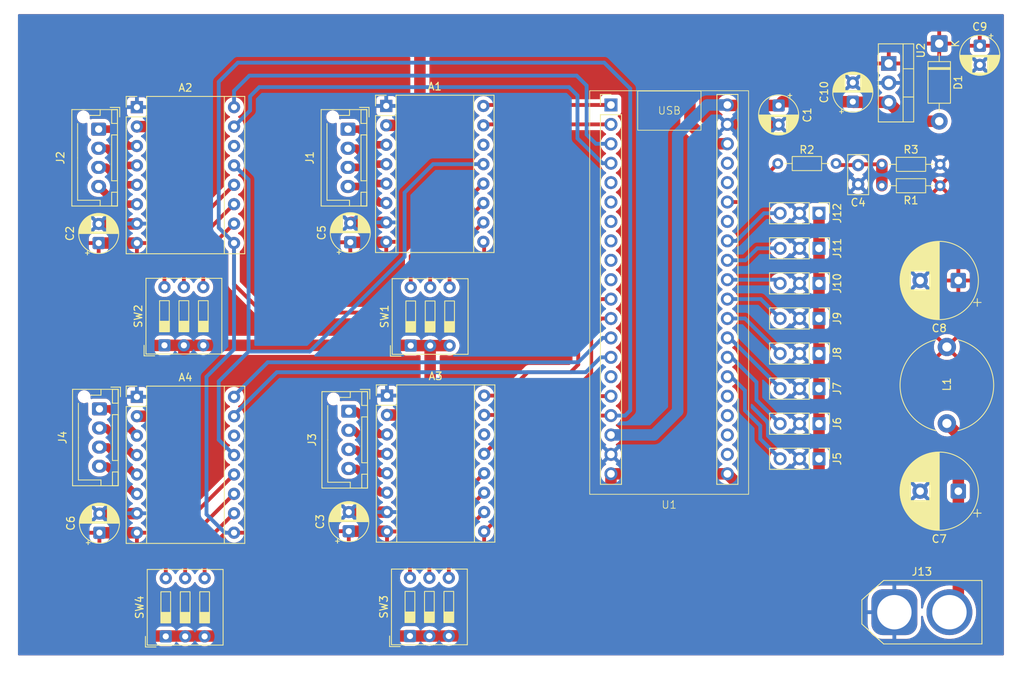
<source format=kicad_pcb>
(kicad_pcb (version 20241229) (generator "pcbnew") (generator_version "9.0")
  (layers (0 "F.Cu" signal) (2 "B.Cu" signal) (13 "F.Paste" user) (15 "B.Paste" user) (5 "F.SilkS" user "F.Silkscreen") (7 "B.SilkS" user "B.Silkscreen") (1 "F.Mask" user) (3 "B.Mask" user) (25 "Edge.Cuts" user))
  (net 0 "")
  (net 1 "/DIR0")
  (net 2 "Net-(A1-MS2)")
  (net 3 "Net-(A1-MS1)")
  (net 5 "Net-(A1-2B)")
  (net 6 "/~{ENABLE}")
  (net 7 "+3.3V")
  (net 8 "Net-(A1-1A)")
  (net 9 "/STEP0")
  (net 10 "Net-(A1-2A)")
  (net 11 "Net-(A1-1B)")
  (net 12 "+12V")
  (net 13 "/~{RESET}")
  (net 14 "Net-(A1-MS3)")
  (net 15 "/STEP1")
  (net 16 "Net-(A2-MS3)")
  (net 17 "Net-(A2-1B)")
  (net 18 "Net-(A2-1A)")
  (net 19 "Net-(A2-MS2)")
  (net 20 "Net-(A2-MS1)")
  (net 22 "/DIR1")
  (net 23 "Net-(A2-2A)")
  (net 24 "Net-(A2-2B)")
  (net 25 "/STEP2")
  (net 26 "Net-(A3-1B)")
  (net 27 "/DIR2")
  (net 28 "Net-(A3-2A)")
  (net 29 "Net-(A3-MS3)")
  (net 30 "Net-(A3-2B)")
  (net 32 "Net-(A3-MS2)")
  (net 33 "Net-(A3-1A)")
  (net 34 "Net-(A3-MS1)")
  (net 35 "Net-(A4-1B)")
  (net 37 "/STEP3")
  (net 38 "Net-(A4-MS3)")
  (net 39 "Net-(A4-2A)")
  (net 40 "Net-(A4-MS1)")
  (net 41 "Net-(A4-2B)")
  (net 42 "/DIR3")
  (net 43 "Net-(A4-1A)")
  (net 44 "Net-(A4-MS2)")
  (net 45 "+5V")
  (net 46 "+BATT")
  (net 47 "/EXTI0")
  (net 48 "/EXTI1")
  (net 49 "/EXTI2")
  (net 50 "/EXTI3")
  (net 51 "/EXTI4")
  (net 52 "/EXTI5")
  (net 53 "/EXTI6")
  (net 54 "/EXTI7")
  (net 55 "/VSENS")
  (net 58 "/MCU_TX")
  (net 62 "/MCU_RX")
  (net 70 "GND")
  (net 71 "Net-(C4-Pad1)")
  (footprint "Package_TO_SOT_THT:TO-220-3_Vertical" (layer "F.Cu") (at 196 57.805113 -90)
    (property "Reference" "U2")
    (property "Value" "uA7805" (hide yes))
  )
  (footprint "Capacitor_THT:CP_Radial_D5.0mm_P2.50mm" (layer "F.Cu") (at 181.6 63.3 -90)
    (property "Reference" "C1")
    (property "Value" "47u" (hide yes))
  )
  (footprint "Connector_PinHeader_2.54mm:PinHeader_1x03_P2.54mm_Vertical" (layer "F.Cu") (at 186.88 109.53 -90)
    (property "Reference" "J5")
    (property "Value" "Conn_01x03" (hide yes))
  )
  (footprint "Library:Black_Pill_v3.1" (layer "F.Cu") (at 167.29 116.044888)
    (property "Reference" "U1")
    (property "Value" "Black_Pill_v3.1")
  )
  (footprint "Connector_JST:JST_XH_B4B-XH-AM_1x04_P2.50mm_Vertical" (layer "F.Cu") (at 125.3 66.4 -90)
    (property "Reference" "J1")
    (property "Value" "Conn_01x04" (hide yes))
  )
  (footprint "Module:Pololu_Breakout-16_15.2x20.3mm" (layer "F.Cu") (at 97.7 101.42)
    (property "Reference" "A4")
    (property "Value" "Pololu_Breakout_A4988")
  )
  (footprint "Connector_PinHeader_2.54mm:PinHeader_1x03_P2.54mm_Vertical" (layer "F.Cu") (at 186.88 95.76 -90)
    (property "Reference" "J8")
    (property "Value" "Conn_01x03" (hide yes))
  )
  (footprint "Button_Switch_THT:SW_DIP_SPSTx03_Slide_9.78x9.8mm_W7.62mm_P2.54mm" (layer "F.Cu") (at 101.3 94.68 90)
    (property "Reference" "SW2")
    (property "Value" "SW_DIP_x03")
  )
  (footprint "Capacitor_THT:CP_Radial_D10.0mm_P5.00mm" (layer "F.Cu") (at 205.1 86.2 180)
    (property "Reference" "C8")
    (property "Value" "100u" (hide yes))
  )
  (footprint "Capacitor_THT:CP_Radial_D5.0mm_P2.50mm" (layer "F.Cu") (at 207.9 55.485113 -90)
    (property "Reference" "C9")
    (property "Value" "47u" (hide yes))
  )
  (footprint "Capacitor_THT:CP_Radial_D10.0mm_P5.00mm" (layer "F.Cu") (at 205.1 113.767677 180)
    (property "Reference" "C7")
    (property "Value" "470u" (hide yes))
  )
  (footprint "Button_Switch_THT:SW_DIP_SPSTx03_Slide_9.78x9.8mm_W7.62mm_P2.54mm" (layer "F.Cu") (at 101.4725 132.7675 90)
    (property "Reference" "SW4")
    (property "Value" "SW_DIP_x03")
  )
  (footprint "Button_Switch_THT:SW_DIP_SPSTx03_Slide_9.78x9.8mm_W7.62mm_P2.54mm" (layer "F.Cu") (at 133.4 132.72 90)
    (property "Reference" "SW3")
    (property "Value" "SW_DIP_x03")
  )
  (footprint "Diode_THT:D_DO-41_SOD81_P10.16mm_Horizontal" (layer "F.Cu") (at 202.6 55.205113 -90)
    (property "Reference" "D1")
    (property "Value" "1N4001" (hide yes))
  )
  (footprint "Capacitor_THT:C_Disc_D5.0mm_W2.5mm_P2.50mm" (layer "F.Cu") (at 192 71.1 -90)
    (property "Reference" "C4")
    (property "Value" "100n" (hide yes))
  )
  (footprint "Module:Pololu_Breakout-16_15.2x20.3mm" (layer "F.Cu") (at 97.7 63.52)
    (property "Reference" "A2")
    (property "Value" "Pololu_Breakout_A4988")
  )
  (footprint "Connector_PinHeader_2.54mm:PinHeader_1x03_P2.54mm_Vertical" (layer "F.Cu") (at 186.88 86.58 -90)
    (property "Reference" "J10")
    (property "Value" "Conn_01x03" (hide yes))
  )
  (footprint "Capacitor_THT:CP_Radial_D5.0mm_P2.50mm" (layer "F.Cu") (at 125.4 119.005113 90)
    (property "Reference" "C3")
    (property "Value" "47u" (hide yes))
  )
  (footprint "Capacitor_THT:CP_Radial_D5.0mm_P2.50mm" (layer "F.Cu") (at 125.6 81.2 90)
    (property "Reference" "C5")
    (property "Value" "47u" (hide yes))
  )
  (footprint "Connector_PinHeader_2.54mm:PinHeader_1x03_P2.54mm_Vertical" (layer "F.Cu") (at 186.88 100.35 -90)
    (property "Reference" "J7")
    (property "Value" "Conn_01x03" (hide yes))
  )
  (footprint "Inductor_THT:L_Radial_D12.0mm_P10.00mm_Neosid_SD12_style1" (layer "F.Cu") (at 203.6 104.9 90)
    (property "Reference" "L1")
    (property "Value" "22u" (hide yes))
  )
  (footprint "Connector_PinHeader_2.54mm:PinHeader_1x03_P2.54mm_Vertical" (layer "F.Cu") (at 186.88 91.17 -90)
    (property "Reference" "J9")
    (property "Value" "Conn_01x03" (hide yes))
  )
  (footprint "Module:Pololu_Breakout-16_15.2x20.3mm" (layer "F.Cu") (at 130.3 63.36)
    (property "Reference" "A1")
    (property "Value" "Pololu_Breakout_A4988")
  )
  (footprint "Capacitor_THT:CP_Radial_D5.0mm_P2.50mm" (layer "F.Cu") (at 191.3 62.805113 90)
    (property "Reference" "C10")
    (property "Value" "100n" (hide yes))
  )
  (footprint "Connector_PinHeader_2.54mm:PinHeader_1x03_P2.54mm_Vertical" (layer "F.Cu") (at 186.88 77.4 -90)
    (property "Reference" "J12")
    (property "Value" "Conn_01x03" (hide yes))
  )
  (footprint "Resistor_THT:R_Axial_DIN0204_L3.6mm_D1.6mm_P7.62mm_Horizontal" (layer "F.Cu") (at 195.1 71)
    (property "Reference" "R3")
    (property "Value" "10k" (hide yes))
  )
  (footprint "Connector_JST:JST_XH_B4B-XH-AM_1x04_P2.50mm_Vertical" (layer "F.Cu") (at 92.7 66.4 -90)
    (property "Reference" "J2")
    (property "Value" "Conn_01x04" (hide yes))
  )
  (footprint "Connector_JST:JST_XH_B4B-XH-AM_1x04_P2.50mm_Vertical" (layer "F.Cu") (at 125.4 103.3 -90)
    (property "Reference" "J3")
    (property "Value" "Conn_01x04" (hide yes))
  )
  (footprint "Resistor_THT:R_Axial_DIN0204_L3.6mm_D1.6mm_P7.62mm_Horizontal" (layer "F.Cu") (at 189.11 70.9 180)
    (property "Reference" "R2")
    (property "Value" "1k" (hide yes))
  )
  (footprint "Connector_JST:JST_XH_B4B-XH-AM_1x04_P2.50mm_Vertical" (layer "F.Cu") (at 92.8 103 -90)
    (property "Reference" "J4")
    (property "Value" "Conn_01x04" (hide yes))
  )
  (footprint "Button_Switch_THT:SW_DIP_SPSTx03_Slide_9.78x9.8mm_W7.62mm_P2.54mm" (layer "F.Cu") (at 133.5 94.72 90)
    (property "Reference" "SW1")
    (property "Value" "SW_DIP_x03")
  )
  (footprint "Capacitor_THT:CP_Radial_D5.0mm_P2.50mm" (layer "F.Cu") (at 92.7 81.3 90)
    (property "Reference" "C2")
    (property "Value" "47u" (hide yes))
  )
  (footprint "Connector_PinHeader_2.54mm:PinHeader_1x03_P2.54mm_Vertical" (layer "F.Cu") (at 186.88 81.99 -90)
    (property "Reference" "J11")
    (property "Value" "Conn_01x03" (hide yes))
  )
  (footprint "Connector_AMASS:AMASS_XT60-M_1x02_P7.20mm_Vertical" (layer "F.Cu") (at 196.732323 129.6)
    (property "Reference" "J13")
    (property "Value" "Conn_01x02")
  )
  (footprint "Capacitor_THT:CP_Radial_D5.0mm_P2.50mm" (layer "F.Cu") (at 92.8 119.205113 90)
    (property "Reference" "C6")
    (property "Value" "47u" (hide yes))
  )
  (footprint "Resistor_THT:R_Axial_DIN0204_L3.6mm_D1.6mm_P7.62mm_Horizontal" (layer "F.Cu") (at 202.72 73.8 180)
    (property "Reference" "R1")
    (property "Value" "30k" (hide yes))
  )
  (footprint "Module:Pololu_Breakout-16_15.2x20.3mm" (layer "F.Cu") (at 130.4 101.26)
    (property "Reference" "A3")
    (property "Value" "Pololu_Breakout_A4988")
  )
  (footprint "Connector_PinHeader_2.54mm:PinHeader_1x03_P2.54mm_Vertical" (layer "F.Cu") (at 186.88 104.94 -90)
    (property "Reference" "J6")
    (property "Value" "Conn_01x03" (hide yes))
  )
  (segment (start 143.125112 63.234888) (end 143 63.36) (width 0.5) (layer "F.Cu") (net 1))
  (segment (start 159.68 63.234888) (end 143.125112 63.234888) (width 0.5) (layer "F.Cu") (net 1))
  (segment (start 136.04 87.1) (end 136.04 83.06) (width 0.5) (layer "F.Cu") (net 2))
  (segment (start 143 76.1) (end 143 76.06) (width 0.5) (layer "F.Cu") (net 2))
  (segment (start 136.04 83.06) (end 143 76.1) (width 0.5) (layer "F.Cu") (net 2))
  (segment (start 138.58 83.02) (end 143 78.6) (width 0.5) (layer "F.Cu") (net 3))
  (segment (start 138.58 87.1) (end 138.58 83.02) (width 0.5) (layer "F.Cu") (net 3))
  (segment (start 129.46 76.06) (end 127.3 73.9) (width 1) (layer "F.Cu") (net 5))
  (segment (start 130.3 76.06) (end 129.46 76.06) (width 1) (layer "F.Cu") (net 5))
  (segment (start 127.3 73.9) (end 125.3 73.9) (width 1) (layer "F.Cu") (net 5))
  (segment (start 118.9 119.2) (end 110.4 119.2) (width 0.5) (layer "F.Cu") (net 6))
  (segment (start 139.1 90.4) (end 143.1 86.4) (width 0.5) (layer "F.Cu") (net 6))
  (segment (start 159.68 103.874888) (end 150.525112 103.874888) (width 0.5) (layer "F.Cu") (net 6))
  (segment (start 141.9 127.1) (end 126.8 127.1) (width 0.5) (layer "F.Cu") (net 6))
  (segment (start 126.8 127.1) (end 118.9 119.2) (width 0.5) (layer "F.Cu") (net 6))
  (segment (start 114.1 90.4) (end 139.1 90.4) (width 0.5) (layer "F.Cu") (net 6))
  (segment (start 143.1 119.04) (end 143.1 125.9) (width 0.5) (layer "F.Cu") (net 6))
  (segment (start 145.3 109.1) (end 145.3 116.893245) (width 0.5) (layer "F.Cu") (net 6))
  (segment (start 143.1 118.6) (end 143.1 119.04) (width 0.5) (layer "F.Cu") (net 6))
  (segment (start 145.3 116.893245) (end 143.153245 119.04) (width 0.5) (layer "F.Cu") (net 6))
  (segment (start 143.1 81.24) (end 143 81.14) (width 0.5) (layer "F.Cu") (net 6))
  (segment (start 143.1 125.9) (end 141.9 127.1) (width 0.5) (layer "F.Cu") (net 6))
  (segment (start 143.1 86.4) (end 143.1 81.24) (width 0.5) (layer "F.Cu") (net 6))
  (segment (start 110.4 86.7) (end 114.1 90.4) (width 0.5) (layer "F.Cu") (net 6))
  (segment (start 110.4 81.3) (end 110.4 86.7) (width 0.5) (layer "F.Cu") (net 6))
  (segment (start 150.525112 103.874888) (end 145.3 109.1) (width 0.5) (layer "F.Cu") (net 6))
  (segment (start 143.153245 119.04) (end 143.1 119.04) (width 0.5) (layer "F.Cu") (net 6))
  (segment (start 158.8 57.7) (end 110.9 57.7) (width 0.5) (layer "B.Cu") (net 6))
  (segment (start 109.2 119.2) (end 106.8 116.8) (width 0.5) (layer "B.Cu") (net 6))
  (segment (start 108.4 60.2) (end 108.4 79.3) (width 0.5) (layer "B.Cu") (net 6))
  (segment (start 161.525112 103.874888) (end 162.2 103.2) (width 0.5) (layer "B.Cu") (net 6))
  (segment (start 110.9 57.7) (end 108.4 60.2) (width 0.5) (layer "B.Cu") (net 6))
  (segment (start 106.8 116.8) (end 106.8 98.8) (width 0.5) (layer "B.Cu") (net 6))
  (segment (start 110.4 95.2) (end 110.4 81.3) (width 0.5) (layer "B.Cu") (net 6))
  (segment (start 162.2 103.2) (end 162.2 61.1) (width 0.5) (layer "B.Cu") (net 6))
  (segment (start 162.2 61.1) (end 158.8 57.7) (width 0.5) (layer "B.Cu") (net 6))
  (segment (start 108.4 79.3) (end 110.4 81.3) (width 0.5) (layer "B.Cu") (net 6))
  (segment (start 110.4 119.2) (end 109.2 119.2) (width 0.5) (layer "B.Cu") (net 6))
  (segment (start 159.68 103.874888) (end 161.525112 103.874888) (width 0.5) (layer "B.Cu") (net 6))
  (segment (start 106.8 98.8) (end 110.4 95.2) (width 0.5) (layer "B.Cu") (net 6))
  (segment (start 101.3 94.68) (end 103.84 94.68) (width 1.5) (layer "F.Cu") (net 7))
  (segment (start 177 113.6) (end 185.7 113.6) (width 1.5) (layer "F.Cu") (net 7))
  (segment (start 101.28 94.7) (end 101.3 94.68) (width 1.5) (layer "F.Cu") (net 7))
  (segment (start 186.88 91.17) (end 186.88 95.76) (width 1.5) (layer "F.Cu") (net 7))
  (segment (start 169 111.494888) (end 174.9 111.494888) (width 1.5) (layer "F.Cu") (net 7))
  (segment (start 170 57.9) (end 167.8 55.7) (width 1.5) (layer "F.Cu") (net 7))
  (segment (start 186.88 100.35) (end 186.88 104.94) (width 1.5) (layer "F.Cu") (net 7))
  (segment (start 104.4 63.4) (end 104.4 56.1) (width 1.5) (layer "F.Cu") (net 7))
  (segment (start 91.22 132.72) (end 133.4 132.72) (width 1.5) (layer "F.Cu") (net 7))
  (segment (start 87 128.5) (end 91.22 132.72) (width 1.5) (layer "F.Cu") (net 7))
  (segment (start 89.2 55.7) (end 87 57.9) (width 1.5) (layer "F.Cu") (net 7))
  (segment (start 159.68 111.494888) (end 169 111.494888) (width 1.5) (layer "F.Cu") (net 7))
  (segment (start 133.3 65.9) (end 130.3 65.9) (width 1.5) (layer "F.Cu") (net 7))
  (segment (start 170 65.7) (end 170 57.9) (width 1.5) (layer "F.Cu") (net 7))
  (segment (start 186.88 109.53) (end 186.88 104.94) (width 1.5) (layer "F.Cu") (net 7))
  (segment (start 136.04 94.72) (end 136.04 101.66) (width 1.5) (layer "F.Cu") (net 7))
  (segment (start 133.9 103.8) (end 130.4 103.8) (width 1.5) (layer "F.Cu") (net 7))
  (segment (start 133.4 132.72) (end 135.94 132.72) (width 1.5) (layer "F.Cu") (net 7))
  (segment (start 167.8 55.7) (end 89.2 55.7) (width 1.5) (layer "F.Cu") (net 7))
  (segment (start 138.5 132.7) (end 138.48 132.72) (width 1.5) (layer "F.Cu") (net 7))
  (segment (start 186.88 77.4) (end 186.88 81.99) (width 1.5) (layer "F.Cu") (net 7))
  (segment (start 97.7 66.06) (end 101.74 66.06) (width 1.5) (layer "F.Cu") (net 7))
  (segment (start 185.7 113.6) (end 186.88 112.42) (width 1.5) (layer "F.Cu") (net 7))
  (segment (start 172.614888 68.314888) (end 170 65.7) (width 1.5) (layer "F.Cu") (net 7))
  (segment (start 135.94 132.72) (end 138.48 132.72) (width 1.5) (layer "F.Cu") (net 7))
  (segment (start 150.6 132.7) (end 138.5 132.7) (width 1.5) (layer "F.Cu") (net 7))
  (segment (start 86.9 94.9) (end 87.1 94.7) (width 1.5) (layer "F.Cu") (net 7))
  (segment (start 159.68 111.494888) (end 159.68 123.62) (width 1.5) (layer "F.Cu") (net 7))
  (segment (start 87.1 94.7) (end 101.28 94.7) (width 1.5) (layer "F.Cu") (net 7))
  (segment (start 186.88 81.99) (end 186.88 86.58) (width 1.5) (layer "F.Cu") (net 7))
  (segment (start 186.88 86.58) (end 186.88 91.17) (width 1.5) (layer "F.Cu") (net 7))
  (segment (start 174.9 111.5) (end 177 113.6) (width 1.5) (layer "F.Cu") (net 7))
  (segment (start 133.5 94.72) (end 136.04 94.72) (width 1.5) (layer "F.Cu") (net 7))
  (segment (start 106.38 94.68) (end 103.84 94.68) (width 1.5) (layer "F.Cu") (net 7))
  (segment (start 134.7 55.7) (end 134.7 64.5) (width 1.5) (layer "F.Cu") (net 7))
  (segment (start 186.88 95.76) (end 186.88 100.35) (width 1.5) (layer "F.Cu") (net 7))
  (segment (start 159.68 123.62) (end 150.6 132.7) (width 1.5) (layer "F.Cu") (net 7))
  (segment (start 101.74 66.06) (end 104.4 63.4) (width 1.5) (layer "F.Cu") (net 7))
  (segment (start 174.9 68.314888) (end 172.614888 68.314888) (width 1.5) (layer "F.Cu") (net 7))
  (segment (start 103.84 94.68) (end 103.84 101.76) (width 1.5) (layer "F.Cu") (net 7))
  (segment (start 186.88 112.42) (end 186.88 109.53) (width 1.5) (layer "F.Cu") (net 7))
  (segment (start 174.9 111.494888) (end 174.9 111.5) (width 1.5) (layer "F.Cu") (net 7))
  (segment (start 136.04 101.66) (end 133.9 103.8) (width 1.5) (layer "F.Cu") (net 7))
  (segment (start 101.64 103.96) (end 97.7 103.96) (width 1.5) (layer "F.Cu") (net 7))
  (segment (start 138.58 94.72) (end 136.04 94.72) (width 1.5) (layer "F.Cu") (net 7))
  (segment (start 104.4 56.1) (end 104.8 55.7) (width 1.5) (layer "F.Cu") (net 7))
  (segment (start 106.38 94.68) (end 133.46 94.68) (width 1.5) (layer "F.Cu") (net 7))
  (segment (start 133.46 94.68) (end 133.5 94.72) (width 1.5) (layer "F.Cu") (net 7))
  (segment (start 134.7 64.5) (end 133.3 65.9) (width 1.5) (layer "F.Cu") (net 7))
  (segment (start 87 57.9) (end 87 128.5) (width 1.5) (layer "F.Cu") (net 7))
  (segment (start 97.74 104) (end 97.7 103.96) (width 1.5) (layer "F.Cu") (net 7))
  (segment (start 103.84 101.76) (end 101.64 103.96) (width 1.5) (layer "F.Cu") (net 7))
  (segment (start 126.4 68.9) (end 128.48 70.98) (width 1) (layer "F.Cu") (net 8))
  (segment (start 125.3 68.9) (end 126.4 68.9) (width 1) (layer "F.Cu") (net 8))
  (segment (start 128.48 70.98) (end 130.3 70.98) (width 1) (layer "F.Cu") (net 8))
  (segment (start 143.125112 65.774888) (end 143 65.9) (width 0.5) (layer "F.Cu") (net 9))
  (segment (start 159.68 65.774888) (end 143.125112 65.774888) (width 0.5) (layer "F.Cu") (net 9))
  (segment (start 126.9 71.4) (end 125.3 71.4) (width 1) (layer "F.Cu") (net 10))
  (segment (start 129.02 73.52) (end 126.9 71.4) (width 1) (layer "F.Cu") (net 10))
  (segment (start 130.3 73.52) (end 129.02 73.52) (width 1) (layer "F.Cu") (net 10))
  (segment (start 126.8 66.4) (end 128.84 68.44) (width 1) (layer "F.Cu") (net 11))
  (segment (start 128.84 68.44) (end 130.3 68.44) (width 1) (layer "F.Cu") (net 11))
  (segment (start 125.3 66.4) (end 126.8 66.4) (width 1) (layer "F.Cu") (net 11))
  (segment (start 97.694887 119.205113) (end 97.7 119.2) (width 1.5) (layer "F.Cu") (net 12))
  (segment (start 202.88 55.485113) (end 202.6 55.205113) (width 1.5) (layer "F.Cu") (net 12))
  (segment (start 125.6 81.2) (end 130.24 81.2) (width 1.5) (layer "F.Cu") (net 12))
  (segment (start 130.365113 119.005113) (end 130.4 119.04) (width 1.5) (layer "F.Cu") (net 12))
  (segment (start 92.7 81.3) (end 97.7 81.3) (width 1.5) (layer "F.Cu") (net 12))
  (segment (start 130.24 81.2) (end 130.3 81.14) (width 1.5) (layer "F.Cu") (net 12))
  (segment (start 92.8 119.205113) (end 97.694887 119.205113) (width 1.5) (layer "F.Cu") (net 12))
  (segment (start 125.4 119.005113) (end 130.365113 119.005113) (width 1.5) (layer "F.Cu") (net 12))
  (segment (start 150.665112 101.334888) (end 143.12 108.88) (width 0.5) (layer "F.Cu") (net 13))
  (segment (start 159.68 101.334888) (end 150.665112 101.334888) (width 0.5) (layer "F.Cu") (net 13))
  (segment (start 143.12 108.88) (end 143.1 108.88) (width 0.5) (layer "F.Cu") (net 13))
  (segment (start 132.7 83.1) (end 132.7 74.7) (width 0.5) (layer "B.Cu") (net 13))
  (segment (start 112.3 73) (end 112.3 95.5) (width 0.5) (layer "B.Cu") (net 13))
  (segment (start 110.4 71.14) (end 110.44 71.14) (width 0.5) (layer "B.Cu") (net 13))
  (segment (start 132.7 74.7) (end 136.42 70.98) (width 0.5) (layer "B.Cu") (net 13))
  (segment (start 110.4 109.04) (end 108.4 107.04) (width 0.5) (layer "B.Cu") (net 13))
  (segment (start 110.44 71.14) (end 112.3 73) (width 0.5) (layer "B.Cu") (net 13))
  (segment (start 108.4 99.4) (end 112.3 95.5) (width 0.5) (layer "B.Cu") (net 13))
  (segment (start 136.42 70.98) (end 143 70.98) (width 0.5) (layer "B.Cu") (net 13))
  (segment (start 112.3 95.5) (end 120.3 95.5) (width 0.5) (layer "B.Cu") (net 13))
  (segment (start 108.4 107.04) (end 108.4 99.4) (width 0.5) (layer "B.Cu") (net 13))
  (segment (start 120.3 95.5) (end 132.7 83.1) (width 0.5) (layer "B.Cu") (net 13))
  (segment (start 133.5 83) (end 142.98 73.52) (width 0.5) (layer "F.Cu") (net 14))
  (segment (start 133.5 87.1) (end 133.5 83) (width 0.5) (layer "F.Cu") (net 14))
  (segment (start 142.98 73.52) (end 143 73.52) (width 0.5) (layer "F.Cu") (net 14))
  (segment (start 112.5 63.96) (end 112.5 62.1) (width 0.5) (layer "B.Cu") (net 15))
  (segment (start 113.7 60.9) (end 154.2 60.9) (width 0.5) (layer "B.Cu") (net 15))
  (segment (start 112.5 62.1) (end 113.7 60.9) (width 0.5) (layer "B.Cu") (net 15))
  (segment (start 158.554888 70.854888) (end 159.68 70.854888) (width 0.5) (layer "B.Cu") (net 15))
  (segment (start 155.3 67.6) (end 158.554888 70.854888) (width 0.5) (layer "B.Cu") (net 15))
  (segment (start 110.4 65.9) (end 110.4 66.06) (width 0.5) (layer "B.Cu") (net 15))
  (segment (start 154.2 60.9) (end 155.3 62) (width 0.5) (layer "B.Cu") (net 15))
  (segment (start 110.4 66.06) (end 112.5 63.96) (width 0.5) (layer "B.Cu") (net 15))
  (segment (start 155.3 62) (end 155.3 67.6) (width 0.5) (layer "B.Cu") (net 15))
  (segment (start 101.3 82.78) (end 110.4 73.68) (width 0.5) (layer "F.Cu") (net 16))
  (segment (start 101.3 87.06) (end 101.3 82.78) (width 0.5) (layer "F.Cu") (net 16))
  (segment (start 94.4 66.4) (end 92.7 66.4) (width 1) (layer "F.Cu") (net 17))
  (segment (start 96.6 68.6) (end 94.4 66.4) (width 1) (layer "F.Cu") (net 17))
  (segment (start 97.7 68.6) (end 96.6 68.6) (width 1) (layer "F.Cu") (net 17))
  (segment (start 96.04 71.14) (end 97.7 71.14) (width 1) (layer "F.Cu") (net 18))
  (segment (start 92.7 68.9) (end 93.8 68.9) (width 1) (layer "F.Cu") (net 18))
  (segment (start 93.8 68.9) (end 96.04 71.14) (width 1) (layer "F.Cu") (net 18))
  (segment (start 103.84 82.78) (end 110.4 76.22) (width 0.5) (layer "F.Cu") (net 19))
  (segment (start 103.84 87.06) (end 103.84 82.78) (width 0.5) (layer "F.Cu") (net 19))
  (segment (start 106.38 87.06) (end 106.38 82.78) (width 0.5) (layer "F.Cu") (net 20))
  (segment (start 106.38 82.78) (end 110.4 78.76) (width 0.5) (layer "F.Cu") (net 20))
  (segment (start 155.2 59.4) (end 112.4 59.4) (width 0.5) (layer "B.Cu") (net 22))
  (segment (start 159.68 68.314888) (end 157.714888 68.314888) (width 0.5) (layer "B.Cu") (net 22))
  (segment (start 112.4 59.4) (end 110.4 61.4) (width 0.5) (layer "B.Cu") (net 22))
  (segment (start 110.4 61.4) (end 110.4 63.52) (width 0.5) (layer "B.Cu") (net 22))
  (segment (start 156.5 60.7) (end 155.2 59.4) (width 0.5) (layer "B.Cu") (net 22))
  (segment (start 157.714888 68.314888) (end 156.5 67.1) (width 0.5) (layer "B.Cu") (net 22))
  (segment (start 156.5 67.1) (end 156.5 60.7) (width 0.5) (layer "B.Cu") (net 22))
  (segment (start 92.7 71.4) (end 93.7 71.4) (width 1) (layer "F.Cu") (net 23))
  (segment (start 93.7 71.4) (end 95.98 73.68) (width 1) (layer "F.Cu") (net 23))
  (segment (start 95.98 73.68) (end 97.7 73.68) (width 1) (layer "F.Cu") (net 23))
  (segment (start 95.02 76.22) (end 97.7 76.22) (width 1) (layer "F.Cu") (net 24))
  (segment (start 92.7 73.9) (end 95.02 76.22) (width 1) (layer "F.Cu") (net 24))
  (segment (start 145.8 103.8) (end 143.1 103.8) (width 0.5) (layer "F.Cu") (net 25))
  (segment (start 149.7 99.9) (end 145.8 103.8) (width 0.5) (layer "F.Cu") (net 25))
  (segment (start 155.5 99.9) (end 149.7 99.9) (width 0.5) (layer "F.Cu") (net 25))
  (segment (start 159.68 91.174888) (end 158.425112 91.174888) (width 0.5) (layer "F.Cu") (net 25))
  (segment (start 157.1 92.5) (end 157.1 98.3) (width 0.5) (layer "F.Cu") (net 25))
  (segment (start 157.1 98.3) (end 155.5 99.9) (width 0.5) (layer "F.Cu") (net 25))
  (segment (start 158.425112 91.174888) (end 157.1 92.5) (width 0.5) (layer "F.Cu") (net 25))
  (segment (start 129.44 106.34) (end 126.4 103.3) (width 1) (layer "F.Cu") (net 26))
  (segment (start 126.4 103.3) (end 125.4 103.3) (width 1) (layer "F.Cu") (net 26))
  (segment (start 130.4 106.34) (end 129.44 106.34) (width 1) (layer "F.Cu") (net 26))
  (segment (start 145.74 101.26) (end 143.1 101.26) (width 0.5) (layer "F.Cu") (net 27))
  (segment (start 159.68 88.634888) (end 158.365112 88.634888) (width 0.5) (layer "F.Cu") (net 27))
  (segment (start 158.365112 88.634888) (end 155.4 91.6) (width 0.5) (layer "F.Cu") (net 27))
  (segment (start 155.4 97.2) (end 154.4 98.2) (width 0.5) (layer "F.Cu") (net 27))
  (segment (start 154.4 98.2) (end 148.8 98.2) (width 0.5) (layer "F.Cu") (net 27))
  (segment (start 148.8 98.2) (end 145.74 101.26) (width 0.5) (layer "F.Cu") (net 27))
  (segment (start 155.4 91.6) (end 155.4 97.2) (width 0.5) (layer "F.Cu") (net 27))
  (segment (start 130.4 111.42) (end 129.52 111.42) (width 1) (layer "F.Cu") (net 28))
  (segment (start 126.4 108.3) (end 125.4 108.3) (width 1) (layer "F.Cu") (net 28))
  (segment (start 129.52 111.42) (end 126.4 108.3) (width 1) (layer "F.Cu") (net 28))
  (segment (start 133.4 125.1) (end 133.4 121.12) (width 0.5) (layer "F.Cu") (net 29))
  (segment (start 133.4 121.12) (end 143.1 111.42) (width 0.5) (layer "F.Cu") (net 29))
  (segment (start 130.4 113.96) (end 129.56 113.96) (width 1) (layer "F.Cu") (net 30))
  (segment (start 129.56 113.96) (end 126.4 110.8) (width 1) (layer "F.Cu") (net 30))
  (segment (start 126.4 110.8) (end 125.4 110.8) (width 1) (layer "F.Cu") (net 30))
  (segment (start 135.94 121.12) (end 143.1 113.96) (width 0.5) (layer "F.Cu") (net 32))
  (segment (start 135.94 125.1) (end 135.94 121.12) (width 0.5) (layer "F.Cu") (net 32))
  (segment (start 130.4 108.88) (end 129.18 108.88) (width 1) (layer "F.Cu") (net 33))
  (segment (start 129.18 108.88) (end 126.1 105.8) (width 1) (layer "F.Cu") (net 33))
  (segment (start 126.1 105.8) (end 125.4 105.8) (width 1) (layer "F.Cu") (net 33))
  (segment (start 138.48 121.12) (end 143.1 116.5) (width 0.5) (layer "F.Cu") (net 34))
  (segment (start 138.48 125.1) (end 138.48 121.12) (width 0.5) (layer "F.Cu") (net 34))
  (segment (start 94.2 103) (end 92.8 103) (width 1) (layer "F.Cu") (net 35))
  (segment (start 97.7 106.5) (end 94.2 103) (width 1) (layer "F.Cu") (net 35))
  (segment (start 110.4 103.8) (end 110.4 103.96) (width 0.5) (layer "B.Cu") (net 37))
  (segment (start 158.345112 96.254888) (end 156.4 98.2) (width 0.5) (layer "B.Cu") (net 37))
  (segment (start 116 98.2) (end 110.4 103.8) (width 0.5) (layer "B.Cu") (net 37))
  (segment (start 159.68 96.254888) (end 158.345112 96.254888) (width 0.5) (layer "B.Cu") (net 37))
  (segment (start 156.4 98.2) (end 116 98.2) (width 0.5) (layer "B.Cu") (net 37))
  (segment (start 101.4725 120.5075) (end 110.4 111.58) (width 0.5) (layer "F.Cu") (net 38))
  (segment (start 101.4725 125.3075) (end 101.4725 120.5075) (width 0.5) (layer "F.Cu") (net 38))
  (segment (start 93.9 108) (end 92.8 108) (width 1) (layer "F.Cu") (net 39))
  (segment (start 97.48 111.58) (end 93.9 108) (width 1) (layer "F.Cu") (net 39))
  (segment (start 97.7 111.58) (end 97.48 111.58) (width 1) (layer "F.Cu") (net 39))
  (segment (start 106.5525 125.3075) (end 106.5525 120.5075) (width 0.5) (layer "F.Cu") (net 40))
  (segment (start 106.5525 120.5075) (end 110.4 116.66) (width 0.5) (layer "F.Cu") (net 40))
  (segment (start 97.7 114.12) (end 97.42 114.12) (width 1) (layer "F.Cu") (net 41))
  (segment (start 93.8 110.5) (end 92.8 110.5) (width 1) (layer "F.Cu") (net 41))
  (segment (start 97.42 114.12) (end 93.8 110.5) (width 1) (layer "F.Cu") (net 41))
  (segment (start 114.8 96.9) (end 110.4 101.3) (width 0.5) (layer "B.Cu") (net 42))
  (segment (start 110.4 101.3) (end 110.4 101.42) (width 0.5) (layer "B.Cu") (net 42))
  (segment (start 155.4 96.9) (end 114.8 96.9) (width 0.5) (layer "B.Cu") (net 42))
  (segment (start 158.585112 93.714888) (end 155.4 96.9) (width 0.5) (layer "B.Cu") (net 42))
  (segment (start 159.68 93.714888) (end 158.585112 93.714888) (width 0.5) (layer "B.Cu") (net 42))
  (segment (start 97.24 109.04) (end 93.7 105.5) (width 1) (layer "F.Cu") (net 43))
  (segment (start 97.7 109.04) (end 97.24 109.04) (width 1) (layer "F.Cu") (net 43))
  (segment (start 93.7 105.5) (end 92.8 105.5) (width 1) (layer "F.Cu") (net 43))
  (segment (start 104.0125 120.5075) (end 110.4 114.12) (width 0.5) (layer "F.Cu") (net 44))
  (segment (start 104.0125 125.3075) (end 104.0125 120.5075) (width 0.5) (layer "F.Cu") (net 44))
  (segment (start 174.965112 63.3) (end 174.9 63.234888) (width 1.5) (layer "F.Cu") (net 45))
  (segment (start 202.6 65.365113) (end 198.48 65.365113) (width 1.5) (layer "F.Cu") (net 45))
  (segment (start 198.48 65.365113) (end 196 62.885113) (width 1.5) (layer "F.Cu") (net 45))
  (segment (start 191.3 62.805113) (end 182.094887 62.805113) (width 1.5) (layer "F.Cu") (net 45))
  (segment (start 181.6 63.3) (end 174.965112 63.3) (width 1.5) (layer "F.Cu") (net 45))
  (segment (start 196 62.885113) (end 191.38 62.885113) (width 1.5) (layer "F.Cu") (net 45))
  (segment (start 191.38 62.885113) (end 191.3 62.805113) (width 1.5) (layer "F.Cu") (net 45))
  (segment (start 182.094887 62.805113) (end 181.6 63.3) (width 1.5) (layer "F.Cu") (net 45))
  (segment (start 159.694888 106.4) (end 159.68 106.414888) (width 1.5) (layer "B.Cu") (net 45))
  (segment (start 174.9 63.234888) (end 172.265112 63.234888) (width 1.5) (layer "B.Cu") (net 45))
  (segment (start 165.3 106.4) (end 159.694888 106.4) (width 1.5) (layer "B.Cu") (net 45))
  (segment (start 172.265112 63.234888) (end 168.4 67.1) (width 1.5) (layer "B.Cu") (net 45))
  (segment (start 168.4 67.1) (end 168.4 103.3) (width 1.5) (layer "B.Cu") (net 45))
  (segment (start 168.4 103.3) (end 165.3 106.4) (width 1.5) (layer "B.Cu") (net 45))
  (segment (start 205.1 113.767677) (end 205.1 128.432323) (width 1.5) (layer "F.Cu") (net 46))
  (segment (start 205.1 113.767677) (end 205.1 106.4) (width 1.5) (layer "F.Cu") (net 46))
  (segment (start 205.1 106.4) (end 203.6 104.9) (width 1.5) (layer "F.Cu") (net 46))
  (segment (start 205.1 128.432323) (end 203.932323 129.6) (width 1.5) (layer "F.Cu") (net 46))
  (segment (start 175.494888 98.794888) (end 174.9 98.794888) (width 0.5) (layer "F.Cu") (net 47))
  (segment (start 177.2 103.2) (end 179.2 105.2) (width 0.5) (layer "B.Cu") (net 47))
  (segment (start 179.2 106.93) (end 181.8 109.53) (width 0.5) (layer "B.Cu") (net 47))
  (segment (start 177.2 100.6) (end 177.2 103.2) (width 0.5) (layer "B.Cu") (net 47))
  (segment (start 174.9 98.794888) (end 175.394888 98.794888) (width 0.5) (layer "B.Cu") (net 47))
  (segment (start 179.2 105.2) (end 179.2 106.93) (width 0.5) (layer "B.Cu") (net 47))
  (segment (start 175.394888 98.794888) (end 177.2 100.6) (width 0.5) (layer "B.Cu") (net 47))
  (segment (start 178.7 99.5) (end 178.7 101.84) (width 0.5) (layer "B.Cu") (net 48))
  (segment (start 178.7 101.84) (end 181.8 104.94) (width 0.5) (layer "B.Cu") (net 48))
  (segment (start 175.454888 96.254888) (end 178.7 99.5) (width 0.5) (layer "B.Cu") (net 48))
  (segment (start 174.9 96.254888) (end 175.454888 96.254888) (width 0.5) (layer "B.Cu") (net 48))
  (segment (start 181.8 100.3) (end 181.8 100.35) (width 0.5) (layer "B.Cu") (net 49))
  (segment (start 175.214888 93.714888) (end 181.8 100.3) (width 0.5) (layer "B.Cu") (net 49))
  (segment (start 174.9 93.714888) (end 175.214888 93.714888) (width 0.5) (layer "B.Cu") (net 49))
  (segment (start 174.9 91.174888) (end 177.214888 91.174888) (width 0.5) (layer "B.Cu") (net 50))
  (segment (start 177.214888 91.174888) (end 181.8 95.76) (width 0.5) (layer "B.Cu") (net 50))
  (segment (start 179.264888 88.634888) (end 181.8 91.17) (width 0.5) (layer "B.Cu") (net 51))
  (segment (start 174.9 88.634888) (end 179.264888 88.634888) (width 0.5) (layer "B.Cu") (net 51))
  (segment (start 181.314888 86.094888) (end 181.8 86.58) (width 0.5) (layer "B.Cu") (net 52))
  (segment (start 174.9 86.094888) (end 181.314888 86.094888) (width 0.5) (layer "B.Cu") (net 52))
  (segment (start 174.9 83.554888) (end 177.245112 83.554888) (width 0.5) (layer "B.Cu") (net 53))
  (segment (start 177.245112 83.554888) (end 178.81 81.99) (width 0.5) (layer "B.Cu") (net 53))
  (segment (start 178.81 81.99) (end 181.8 81.99) (width 0.5) (layer "B.Cu") (net 53))
  (segment (start 174.9 81.014888) (end 176.085112 81.014888) (width 0.5) (layer "B.Cu") (net 54))
  (segment (start 176.085112 81.014888) (end 179.7 77.4) (width 0.5) (layer "B.Cu") (net 54))
  (segment (start 179.7 77.4) (end 181.8 77.4) (width 0.5) (layer "B.Cu") (net 54))
  (segment (start 176.455112 75.934888) (end 174.9 75.934888) (width 0.5) (layer "F.Cu") (net 55))
  (segment (start 181.49 70.9) (end 176.455112 75.934888) (width 0.5) (layer "F.Cu") (net 55))
  (segment (start 174.925112 65.8) (end 174.9 65.774888) (width 1.5) (layer "F.Cu") (net 70))
  (segment (start 125.7 78.6) (end 130.3 78.6) (width 1.5) (layer "F.Cu") (net 70))
  (segment (start 97.66 78.8) (end 97.7 78.76) (width 1.5) (layer "F.Cu") (net 70))
  (segment (start 181.6 65.8) (end 174.925112 65.8) (width 1.5) (layer "F.Cu") (net 70))
  (segment (start 125.4 116.505113) (end 130.394887 116.505113) (width 1.5) (layer "F.Cu") (net 70))
  (segment (start 97.654887 116.705113) (end 97.7 116.66) (width 1.5) (layer "F.Cu") (net 70))
  (segment (start 125.6 78.7) (end 125.7 78.6) (width 1.5) (layer "F.Cu") (net 70))
  (segment (start 130.394887 116.505113) (end 130.4 116.5) (width 1.5) (layer "F.Cu") (net 70))
  (segment (start 92.7 78.8) (end 97.66 78.8) (width 1.5) (layer "F.Cu") (net 70))
  (segment (start 92.8 116.705113) (end 97.654887 116.705113) (width 1.5) (layer "F.Cu") (net 70))
  (segment (start 195.96 60.305113) (end 196 60.345113) (width 1.5) (layer "F.Cu") (net 70))
  (segment (start 192 71.1) (end 189.31 71.1) (width 0.5) (layer "F.Cu") (net 71))
  (segment (start 195.1 71) (end 192.1 71) (width 0.5) (layer "F.Cu") (net 71))
  (segment (start 195.1 71) (end 195.1 73.8) (width 1.5) (layer "F.Cu") (net 71))
  (segment (start 195 71.1) (end 195.1 71) (width 0.5) (layer "F.Cu") (net 71))
  (segment (start 192.1 71) (end 192 71.1) (width 0.5) (layer "F.Cu") (net 71))
  (segment (start 189.31 71.1) (end 189.11 70.9) (width 0.5) (layer "F.Cu") (net 71))
  (zone (net 12) (net_name "+12V") (layer "F.Cu") (priority 1) (connect_pads (clearance 0.5)) (min_thickness 0.25) (fill yes (thermal_gap 0.5) (thermal_bridge_width 0.5))
    (polygon (pts (xy 213.5 136.5) (xy 213.7 49.5) (xy 79.8 49.7) (xy 79.8 137.8) (xy 213.5 136.6)))
  )
  (zone (net 70) (net_name "GND") (layer "B.Cu") (connect_pads (clearance 0.5)) (min_thickness 0.25) (fill yes (thermal_gap 0.5) (thermal_bridge_width 0.5))
    (polygon (pts (xy 213.7 49.5) (xy 79.8 49.7) (xy 79.8 137.8) (xy 213.5 136.6)))
  )
)
</source>
